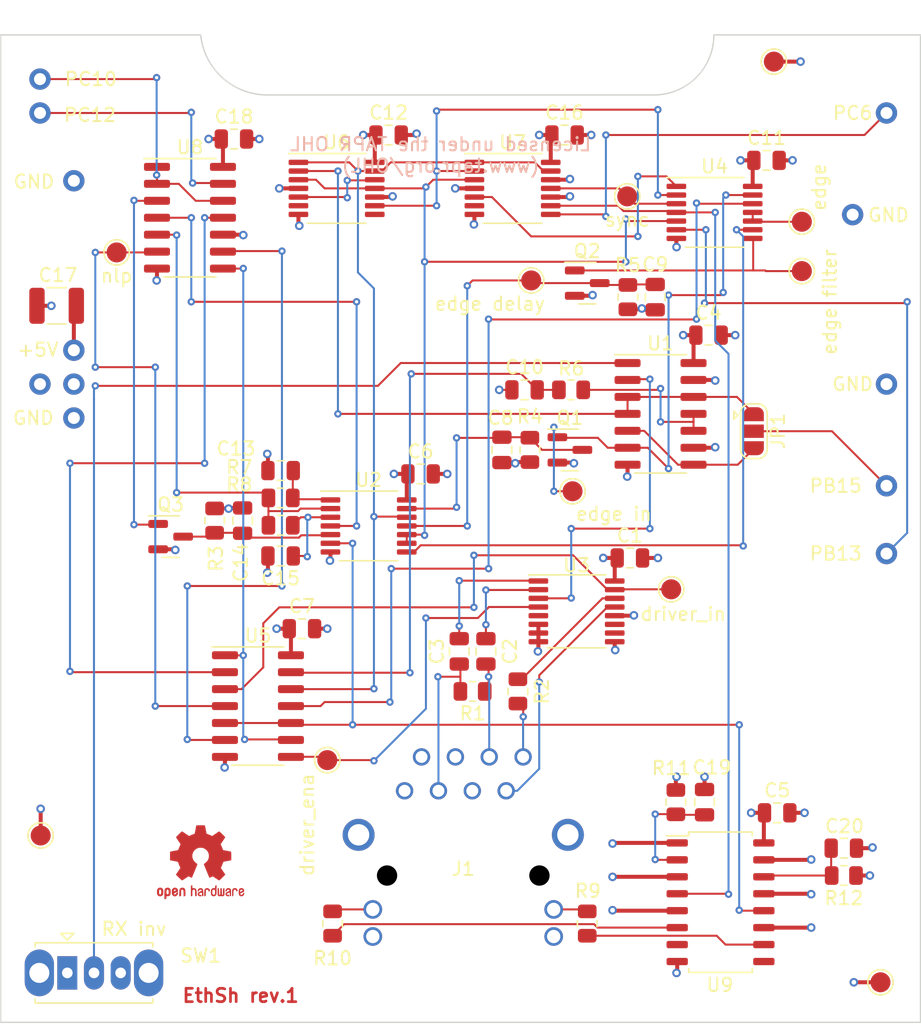
<source format=kicad_pcb>
(kicad_pcb (version 20211014) (generator pcbnew)
  (title_block (title "Ethernet to SPI adapter, Nucleo-64 shield") (date "2022-11-16") (rev "1") (comment 1 "Licensed under the TAPR Open Hardware License (www.tapr.org/OHL)"))
  (layers (0 "F.Cu" signal) (1 "In1.Cu" signal) (2 "In2.Cu" signal) (31 "B.Cu" signal) (34 "B.Paste" user) (35 "F.Paste" user) (36 "B.SilkS" user "B.Silkscreen") (37 "F.SilkS" user "F.Silkscreen") (38 "B.Mask" user) (39 "F.Mask" user) (44 "Edge.Cuts" user))
  (net 0 "")
  (net 1 "VCC")
  (net 2 "GND")
  (net 3 "Net-(C2-Pad1)")
  (net 4 "Net-(C2-Pad2)")
  (net 5 "Net-(C3-Pad1)")
  (net 6 "Net-(C3-Pad2)")
  (net 7 "Net-(C8-Pad2)")
  (net 8 "Net-(C9-Pad2)")
  (net 9 "Net-(C10-Pad1)")
  (net 10 "Net-(C13-Pad1)")
  (net 11 "Net-(C14-Pad2)")
  (net 12 "Net-(C15-Pad1)")
  (net 13 "Net-(C19-Pad2)")
  (net 14 "Net-(C20-Pad2)")
  (net 15 "Net-(J1-Pad1)")
  (net 16 "Net-(J1-Pad2)")
  (net 19 "Net-(J1-Pad10)")
  (net 20 "Net-(J1-Pad12)")
  (net 22 "/sck_rx")
  (net 23 "/mosi_rx")
  (net 24 "/nss_rx")
  (net 25 "/sck_tx")
  (net 26 "/mosi_tx")
  (net 27 "/line")
  (net 28 "/line_delayed")
  (net 29 "/edge_in")
  (net 30 "Net-(Q2-Pad1)")
  (net 31 "Net-(Q3-Pad1)")
  (net 32 "Net-(R2-Pad2)")
  (net 33 "/~{line}")
  (net 34 "Net-(R7-Pad2)")
  (net 35 "/led_tx")
  (net 36 "/led_rx")
  (net 37 "Net-(SW1-Pad2)")
  (net 38 "/edge")
  (net 39 "Net-(TP5-Pad1)")
  (net 40 "/~{nlp}")
  (net 41 "/driver_in")
  (net 42 "/driver_ena")
  (net 43 "Net-(U1-Pad2)")
  (net 44 "Net-(U2-Pad4)")
  (net 45 "/tx_ena")
  (net 46 "Net-(U2-Pad8)")
  (net 47 "/sck")
  (net 48 "/~{idle}")
  (net 52 "Net-(U4-Pad1)")
  (net 53 "Net-(U4-Pad2)")
  (net 54 "/bytesync")
  (net 55 "Net-(U4-Pad12)")
  (net 56 "Net-(U5-Pad1)")
  (net 57 "/xor_tx")
  (net 58 "Net-(U5-Pad6)")
  (net 59 "Net-(U6-Pad12)")
  (footprint "Symbol:OSHW-Logo2_7.3x6mm_Copper" (layer "F.Cu") (at 76 125)
    (fp_text reference "REF**" hide)
    (fp_text value "OSHW-Logo2_7.3x6mm_Copper" hide)
  )
  (footprint "TestPoint:TestPoint_Pad_D1.5mm" (layer "F.Cu") (at 69.7 79.3)
    (fp_text reference "TP6" hide)
    (fp_text value "nlp")
  )
  (footprint "Resistor_SMD:R_0805_2012Metric" (layer "F.Cu") (at 77.05 99.4 90)
    (fp_text reference "R3")
    (fp_text value "560")
  )
  (footprint "schield:partial-nucleo64" (layer "F.Cu") (at 95.7 113.3)
    (fp_text reference "J2")
    (fp_text value "partial-nucleo64")
  )
  (footprint "Package_SO:TSSOP-14_4.4x5mm_P0.65mm" (layer "F.Cu") (at 114.55 76.3)
    (fp_text reference "U4")
    (fp_text value "74HC08")
  )
  (footprint "Resistor_SMD:R_0805_2012Metric" (layer "F.Cu") (at 85.9 129.6 90)
    (fp_text reference "R10")
    (fp_text value "330")
  )
  (footprint "Capacitor_SMD:C_0805_2012Metric" (layer "F.Cu") (at 78.5 70.8)
    (fp_text reference "C18")
    (fp_text value "0.1")
  )
  (footprint "Capacitor_SMD:C_0805_2012Metric" (layer "F.Cu") (at 79.15 99.4 -90)
    (fp_text reference "C14")
    (fp_text value "200")
  )
  (footprint "Package_SO:SOIC-14_3.9x8.7mm_P1.27mm" (layer "F.Cu") (at 75.2 76.7)
    (fp_text reference "U8")
    (fp_text value "74ACT86")
  )
  (footprint "Capacitor_SMD:C_0805_2012Metric" (layer "F.Cu") (at 110.1 82.65 90)
    (fp_text reference "C9")
    (fp_text value "100")
  )
  (footprint "Package_TO_SOT_SMD:SOT-23" (layer "F.Cu") (at 103.7 94.1)
    (fp_text reference "Q1")
    (fp_text value "2N7002")
  )
  (footprint "Capacitor_SMD:C_0805_2012Metric" (layer "F.Cu") (at 114.1 85.5)
    (fp_text reference "C4")
    (fp_text value "0.1")
  )
  (footprint "Package_SO:SOIC-16_4.55x10.3mm_P1.27mm" (layer "F.Cu") (at 115 128)
    (fp_text reference "U9")
    (fp_text value "74HC4538")
  )
  (footprint "Package_SO:TSSOP-14_4.4x5mm_P0.65mm" (layer "F.Cu") (at 88.6 99.8)
    (fp_text reference "U2")
    (fp_text value "74HC14")
  )
  (footprint "Capacitor_SMD:C_0805_2012Metric" (layer "F.Cu") (at 97.4 109.2 90)
    (fp_text reference "C2")
    (fp_text value "0.1")
  )
  (footprint "TestPoint:TestPoint_Pad_D1.5mm" (layer "F.Cu") (at 64 123)
    (fp_text reference "TP9" hide)
    (fp_text value "GND")
  )
  (footprint "Package_SO:SOIC-14_3.9x8.7mm_P1.27mm" (layer "F.Cu") (at 80.3 113.3)
    (fp_text reference "U5")
    (fp_text value "74HC32")
  )
  (footprint "Resistor_SMD:R_0805_2012Metric" (layer "F.Cu") (at 99.8 112.2 90)
    (fp_text reference "R2")
    (fp_text value "470")
  )
  (footprint "Package_TO_SOT_SMD:SOT-23" (layer "F.Cu") (at 105 81.6)
    (fp_text reference "Q2")
    (fp_text value "2N7002")
  )
  (footprint "Capacitor_SMD:C_0805_2012Metric" (layer "F.Cu") (at 83.6 107.5)
    (fp_text reference "C7")
    (fp_text value "0.1")
  )
  (footprint "Button_Switch_THT:SW_Slide_1P2T_CK_OS102011MS2Q" (layer "F.Cu") (at 66 133.2975)
    (fp_text reference "SW1")
    (fp_text value "invert")
  )
  (footprint "Package_SO:SOIC-14_3.9x8.7mm_P1.27mm" (layer "F.Cu") (at 110.5 91.4)
    (fp_text reference "U1")
    (fp_text value "74HC86")
  )
  (footprint "Resistor_SMD:R_0805_2012Metric" (layer "F.Cu") (at 103.7875 89.6 180)
    (fp_text reference "R6")
    (fp_text value "1k")
  )
  (footprint "TestPoint:TestPoint_Pad_D1.5mm" (layer "F.Cu") (at 121.1 80.7)
    (fp_text reference "TP1" hide)
    (fp_text value "edge filter")
  )
  (footprint "TestPoint:TestPoint_Pad_D1.5mm" (layer "F.Cu") (at 111.3 104.55)
    (fp_text reference "TP7" hide)
    (fp_text value "driver_in")
  )
  (footprint "Capacitor_SMD:C_0805_2012Metric" (layer "F.Cu") (at 98.6 94.1 90)
    (fp_text reference "C8")
    (fp_text value "200")
  )
  (footprint "Package_SO:TSSOP-14_4.4x5mm_P0.65mm" (layer "F.Cu") (at 99.4 74.5)
    (fp_text reference "U7")
    (fp_text value "74HC74")
  )
  (footprint "TestPoint:TestPoint_Pad_D1.5mm" (layer "F.Cu") (at 100.8 81.4)
    (fp_text reference "TP3" hide)
    (fp_text value "edge delay")
  )
  (footprint "Jumper:SolderJumper-3_P1.3mm_Open_RoundedPad1.0x1.5mm" (layer "F.Cu") (at 117.5 92.7 -90)
    (fp_text reference "JP1")
    (fp_text value "line")
  )
  (footprint "Resistor_SMD:R_0805_2012Metric" (layer "F.Cu") (at 96.4 112.2 180)
    (fp_text reference "R1")
    (fp_text value "100")
  )
  (footprint "Capacitor_SMD:C_0805_2012Metric" (layer "F.Cu") (at 108.2 102.2)
    (fp_text reference "C1")
    (fp_text value "0.1")
  )
  (footprint "TestPoint:TestPoint_Pad_D1.5mm" (layer "F.Cu") (at 103.9 97.2)
    (fp_text reference "TP2")
    (fp_text value "edge in")
  )
  (footprint "Capacitor_SMD:C_0805_2012Metric" (layer "F.Cu") (at 92.5 95.9)
    (fp_text reference "C6")
    (fp_text value "0.1")
  )
  (footprint "TestPoint:TestPoint_Pad_D1.5mm" (layer "F.Cu") (at 121.1 77)
    (fp_text reference "TP4" hide)
    (fp_text value "edge")
  )
  (footprint "Capacitor_SMD:C_0805_2012Metric" (layer "F.Cu") (at 103.3 70.5)
    (fp_text reference "C16")
    (fp_text value "0.1")
  )
  (footprint "TestPoint:TestPoint_Pad_D1.5mm" (layer "F.Cu") (at 119 65)
    (fp_text reference "TP10" hide)
    (fp_text value "GND")
  )
  (footprint "Capacitor_SMD:C_0805_2012Metric" (layer "F.Cu") (at 82 95.65 180)
    (fp_text reference "C13")
    (fp_text value "0.1")
  )
  (footprint "Resistor_SMD:R_0805_2012Metric" (layer "F.Cu") (at 82 97.7 180)
    (fp_text reference "R7")
    (fp_text value "500k")
  )
  (footprint "Capacitor_SMD:C_0805_2012Metric" (layer "F.Cu") (at 100.3 89.6 180)
    (fp_text reference "C10")
    (fp_text value "10")
  )
  (footprint "Resistor_SMD:R_0805_2012Metric" (layer "F.Cu") (at 124.25 126)
    (fp_text reference "R12")
    (fp_text value "200k")
  )
  (footprint "Resistor_SMD:R_0805_2012Metric" (layer "F.Cu") (at 108.05 82.65 90)
    (fp_text reference "R5")
    (fp_text value "500")
  )
  (footprint "Package_SO:TSSOP-16_4.4x5mm_P0.65mm" (layer "F.Cu") (at 104.2 106.2)
    (fp_text reference "U3")
    (fp_text value "75C1168")
  )
  (footprint "TestPoint:TestPoint_Pad_D1.5mm" (layer "F.Cu") (at 85.5 117.35)
    (fp_text reference "TP8" hide)
    (fp_text value "driver_ena")
  )
  (footprint "schield:ARJM11D7-009" (layer "F.Cu") (at 95.7 126)
    (fp_text reference "J1")
    (fp_text value "ARJM11D7-009-AB-EW2")
  )
  (footprint "TestPoint:TestPoint_Pad_D1.5mm" (layer "F.Cu") (at 127 134)
    (fp_text reference "TP11" hide)
    (fp_text value "GND")
  )
  (footprint "Resistor_SMD:R_0805_2012Metric" (layer "F.Cu") (at 82 99.75)
    (fp_text reference "R8")
    (fp_text value "560")
  )
  (footprint "Capacitor_SMD:C_0805_2012Metric" (layer "F.Cu") (at 95.4 109.2 90)
    (fp_text reference "C3")
    (fp_text value "0.1")
  )
  (footprint "Capacitor_SMD:C_0805_2012Metric" (layer "F.Cu") (at 119.25 121.3)
    (fp_text reference "C5")
    (fp_text value "0.1")
  )
  (footprint "Capacitor_SMD:C_0805_2012Metric" (layer "F.Cu") (at 118.45 72.4)
    (fp_text reference "C11")
    (fp_text value "0.1")
  )
  (footprint "Capacitor_SMD:C_1210_3225Metric" (layer "F.Cu") (at 65.2 83.3 180)
    (fp_text reference "C17")
    (fp_text value "33.0x10V")
  )
  (footprint "Capacitor_SMD:C_0805_2012Metric" (layer "F.Cu") (at 113.8 120.5 -90)
    (fp_text reference "C19")
    (fp_text value "1.0")
  )
  (footprint "Resistor_SMD:R_0805_2012Metric" (layer "F.Cu") (at 111.65 120.5 90)
    (fp_text reference "R11")
    (fp_text value "200k")
  )
  (footprint "Capacitor_SMD:C_0805_2012Metric" (layer "F.Cu") (at 90.1 70.5)
    (fp_text reference "C12")
    (fp_text value "0.1")
  )
  (footprint "Capacitor_SMD:C_0805_2012Metric" (layer "F.Cu") (at 82 102.05 180)
    (fp_text reference "C15")
    (fp_text value "200")
  )
  (footprint "Capacitor_SMD:C_0805_2012Metric" (layer "F.Cu") (at 124.25 123.95 180)
    (fp_text reference "C20")
    (fp_text value "1.0")
  )
  (footprint "Package_TO_SOT_SMD:SOT-23" (layer "F.Cu") (at 73.75 100.6)
    (fp_text reference "Q3")
    (fp_text value "2N7002")
  )
  (footprint "TestPoint:TestPoint_Pad_D1.5mm" (layer "F.Cu") (at 108 75.1)
    (fp_text reference "TP5")
    (fp_text value "sync")
  )
  (footprint "Package_SO:TSSOP-14_4.4x5mm_P0.65mm" (layer "F.Cu") (at 86.2 74.5)
    (fp_text reference "U6")
    (fp_text value "74HC74")
  )
  (footprint "Resistor_SMD:R_0805_2012Metric" (layer "F.Cu") (at 105 129.6 90)
    (fp_text reference "R9")
    (fp_text value "330")
  )
  (footprint "Resistor_SMD:R_0805_2012Metric" (layer "F.Cu") (at 100.7 94.1 90)
    (fp_text reference "R4")
    (fp_text value "2k")
  )
  (gr_line (start 130 63) (end 114.5 63) (layer "Edge.Cuts") (width 0.1))
  (gr_line (start 61 137) (end 130 137) (layer "Edge.Cuts") (width 0.1))
  (gr_arc (start 114.5 63) (mid 113.181981 66.181981) (end 110 67.5) (layer "Edge.Cuts") (width 0.1))
  (gr_line (start 61 63) (end 76 63) (layer "Edge.Cuts") (width 0.1))
  (gr_line (start 81 67.5) (end 110 67.5) (layer "Edge.Cuts") (width 0.1))
  (gr_line (start 130 137) (end 130 63) (layer "Edge.Cuts") (width 0.1))
  (gr_arc (start 81 67.5) (mid 77.636594 66.20934) (end 76 63) (layer "Edge.Cuts") (width 0.1))
  (gr_line (start 61 137) (end 61 63) (layer "Edge.Cuts") (width 0.1))
  (gr_text "EthSh rev.1" (at 79 135) (layer "F.Cu") (effects (font (size 1 1) (thickness 0.2))))
  (gr_text "Licensed under the TAPR OHL\n(www.tapr.org/OHL)" (at 94 72) (layer "B.SilkS") (effects (font (size 1 1)) (justify mirror)))
  (gr_text "RX inv" (at 71 130) (layer "F.SilkS") (effects (font (size 1 1))))
  (segment (start 66.49 83.485) (end 66.49 86.63) (width 0.3) (layer "F.Cu") (net 1))
  (segment (start 89.0625 72.55) (end 89.0625 70.5875) (width 0.3) (layer "F.Cu") (net 1))
  (segment (start 82.775 107.625) (end 82.65 107.5) (width 0.3) (layer "F.Cu") (net 1))
  (segment (start 66.675 83.3) (end 66.49 83.485) (width 0.3) (layer "F.Cu") (net 1))
  (segment (start 89.0625 70.5875) (end 89.15 70.5) (width 0.3) (layer "F.Cu") (net 1))
  (segment (start 117.5 72.4) (end 116.5 72.4) (width 0.3) (layer "F.Cu") (net 1))
  (segment (start 112.975 87.59) (end 112.975 85.675) (width 0.3) (layer "F.Cu") (net 1))
  (segment (start 110.1 83.6) (end 109.2 83.6) (width 0.3) (layer "F.Cu") (net 1))
  (segment (start 79.17 77.97) (end 79.2 78) (width 0.3) (layer "F.Cu") (net 1))
  (segment (start 103.65 73.85) (end 103.7 73.8) (width 0.3) (layer "F.Cu") (net 1))
  (segment (start 106.905 126.095) (end 106.9 126.1) (width 0.3) (layer "F.Cu") (net 1))
  (segment (start 111.65 119.5875) (end 111.65 118.65) (width 0.3) (layer "F.Cu") (net 1))
  (segment (start 118.25 123.555) (end 118.25 121.35) (width 0.3) (layer "F.Cu") (net 1))
  (segment (start 103.65 75.15) (end 103.7 75.1) (width 0.3) (layer "F.Cu") (net 1))
  (segment (start 112.975 85.675) (end 113.15 85.5) (width 0.3) (layer "F.Cu") (net 1))
  (segment (start 112.975 93.94) (end 114.56 93.94) (width 0.3) (layer "F.Cu") (net 1))
  (segment (start 82.775 109.49) (end 82.775 107.625) (width 0.3) (layer "F.Cu") (net 1))
  (segment (start 89.15 70.5) (end 88.2 70.5) (width 0.3) (layer "F.Cu") (net 1))
  (segment (start 102.2625 70.5875) (end 102.35 70.5) (width 0.3) (layer "F.Cu") (net 1))
  (segment (start 111.65 118.65) (end 111.7 118.6) (width 0.3) (layer "F.Cu") (net 1))
  (segment (start 114.56 88.86) (end 114.6 88.9) (width 0.3) (layer "F.Cu") (net 1))
  (segment (start 77.55 70.8) (end 76.6 70.8) (width 0.3) (layer "F.Cu") (net 1))
  (segment (start 102.2625 75.15) (end 103.65 75.15) (width 0.3) (layer "F.Cu") (net 1))
  (segment (start 77.675 77.97) (end 79.17 77.97) (width 0.3) (layer "F.Cu") (net 1))
  (segment (start 118.25 127.365) (end 121.765 127.365) (width 0.3) (layer "F.Cu") (net 1))
  (segment (start 83.3375 74.5) (end 81.9 74.5) (width 0.3) (layer "F.Cu") (net 1))
  (segment (start 79.15 98.45) (end 78.15 98.45) (width 0.3) (layer "F.Cu") (net 1))
  (segment (start 118.3 121.3) (end 117.3 121.3) (width 0.3) (layer "F.Cu") (net 1))
  (segment (start 78.0875 98.4875) (end 78.1 98.5) (width 0.3) (layer "F.Cu") (net 1))
  (segment (start 117.4125 72.4875) (end 117.5 72.4) (width 0.3) (layer "F.Cu") (net 1))
  (segment (start 102.2625 72.55) (end 102.2625 70.5875) (width 0.3) (layer "F.Cu") (net 1))
  (segment (start 111.75 128.635) (end 106.935 128.635) (width 0.3) (layer "F.Cu") (net 1))
  (segment (start 114.56 93.94) (end 114.6 93.9) (width 0.3) (layer "F.Cu") (net 1))
  (segment (start 117.4125 74.35) (end 117.4125 72.4875) (width 0.3) (layer "F.Cu") (net 1))
  (segment (start 113.15 85.5) (end 112.2 85.5) (width 0.3) (layer "F.Cu") (net 1))
  (segment (start 118.25 129.905) (end 121.795 129.905) (width 0.3) (layer "F.Cu") (net 1))
  (segment (start 100.7 95.0125) (end 99.6875 95.0125) (width 0.3) (layer "F.Cu") (net 1))
  (segment (start 99.55 95.05) (end 99.6 95.1) (width 0.3) (layer "F.Cu") (net 1))
  (segment (start 91.55 95.9) (end 90.5 95.9) (width 0.3) (layer "F.Cu") (net 1))
  (segment (start 89.0625 75.15) (end 90.35 75.15) (width 0.3) (layer "F.Cu") (net 1))
  (segment (start 109.2 83.6) (end 109.1 83.5) (width 0.3) (layer "F.Cu") (net 1))
  (segment (start 107.0625 103.925) (end 107.0625 102.3875) (width 0.3) (layer "F.Cu") (net 1))
  (segment (start 111.75 126.095) (end 106.905 126.095) (width 0.3) (layer "F.Cu") (net 1))
  (segment (start 91.4625 97.85) (end 91.4625 95.9875) (width 0.3) (layer "F.Cu") (net 1))
  (segment (start 107.25 102.2) (end 106.2 102.2) (width 0.3) (layer "F.Cu") (net 1))
  (segment (start 102.35 70.5) (end 101.4 70.5) (width 0.3) (layer "F.Cu") (net 1))
  (segment (start 77.675 72.89) (end 77.675 70.925) (width 0.3) (layer "F.Cu") (net 1))
  (segment (start 91.4625 95.9875) (end 91.55 95.9) (width 0.3) (layer "F.Cu") (net 1))
  (segment (start 82.65 107.5) (end 81.7 107.5) (width 0.3) (layer "F.Cu") (net 1))
  (segment (start 112.975 88.86) (end 114.56 88.86) (width 0.3) (layer "F.Cu") (net 1))
  (segment (start 109.0375 83.5625) (end 109.1 83.5) (width 0.3) (layer "F.Cu") (net 1))
  (segment (start 108.05 83.5625) (end 109.0375 83.5625) (width 0.3) (layer "F.Cu") (net 1))
  (segment (start 102.2625 73.85) (end 103.65 73.85) (width 0.3) (layer "F.Cu") (net 1))
  (segment (start 78.15 98.45) (end 78.1 98.5) (width 0.3) (layer "F.Cu") (net 1))
  (segment (start 121.765 127.365) (end 121.8 127.4) (width 0.3) (layer "F.Cu") (net 1))
  (segment (start 125.1625 126) (end 126.2 126) (width 0.3) (layer "F.Cu") (net 1))
  (segment (start 77.05 98.4875) (end 78.0875 98.4875) (width 0.3) (layer "F.Cu") (net 1))
  (segment (start 99.6875 95.0125) (end 99.6 95.1) (width 0.3) (layer "F.Cu") (net 1))
  (segment (start 106.935 128.635) (end 106.9 128.6) (width 0.3) (layer "F.Cu") (net 1))
  (segment (start 90.35 75.15) (end 90.4 75.1) (width 0.3) (layer "F.Cu") (net 1))
  (segment (start 77.675 70.925) (end 77.55 70.8) (width 0.3) (layer "F.Cu") (net 1))
  (segment (start 98.6 95.05) (end 99.55 95.05) (width 0.3) (layer "F.Cu") (net 1))
  (segment (start 96.5375 74.5) (end 95.1 74.5) (width 0.3) (layer "F.Cu") (net 1))
  (segment (start 118.25 121.35) (end 118.3 121.3) (width 0.3) (layer "F.Cu") (net 1))
  (segment (start 107.0625 102.3875) (end 107.25 102.2) (width 0.3) (layer "F.Cu") (net 1))
  (segment (start 121.795 129.905) (end 121.8 129.9) (width 0.3) (layer "F.Cu") (net 1))
  (via (at 95.1 74.5) (size 0.64) (drill 0.35) (layers "F.Cu" "B.Cu") (net 1))
  (via (at 106.9 126.1) (size 0.64) (drill 0.35) (layers "F.Cu" "B.Cu") (net 1))
  (via (at 111.7 118.6) (size 0.64) (drill 0.35) (layers "F.Cu" "B.Cu") (net 1))
  (via (at 103.7 75.1) (size 0.64) (drill 0.35) (layers "F.Cu" "B.Cu") (net 1))
  (via (at 81.9 74.5) (size 0.64) (drill 0.35) (layers "F.Cu" "B.Cu") (net 1))
  (via (at 112.2 85.5) (size 0.64) (drill 0.35) (layers "F.Cu" "B.Cu") (net 1))
  (via (at 88.2 70.5) (size 0.64) (drill 0.35) (layers "F.Cu" "B.Cu") (net 1))
  (via (at 109.1 83.5) (size 0.64) (drill 0.35) (layers "F.Cu" "B.Cu") (net 1))
  (via (at 117.3 121.3) (size 0.64) (drill 0.35) (layers "F.Cu" "B.Cu") (net 1))
  (via (at 103.7 73.8) (size 0.64) (drill 0.35) (layers "F.Cu" "B.Cu") (net 1))
  (via (at 101.4 70.5) (size 0.64) (drill 0.35) (layers "F.Cu" "B.Cu") (net 1))
  (via (at 114.6 88.9) (size 0.64) (drill 0.35) (layers "F.Cu" "B.Cu") (net 1))
  (via (at 78.1 98.5) (size 0.64) (drill 0.35) (layers "F.Cu" "B.Cu") (net 1))
  (via (at 106.2 102.2) (size 0.64) (drill 0.35) (layers "F.Cu" "B.Cu") (net 1))
  (via (at 90.4 75.1) (size 0.64) (drill 0.35) (layers "F.Cu" "B.Cu") (net 1))
  (via (at 121.8 127.4) (size 0.64) (drill 0.35) (layers "F.Cu" "B.Cu") (net 1))
  (via (at 121.8 129.9) (size 0.64) (drill 0.35) (layers "F.Cu" "B.Cu") (net 1))
  (via (at 126.2 126) (size 0.64) (drill 0.35) (layers "F.Cu" "B.Cu") (net 1))
  (via (at 114.6 93.9) (size 0.64) (drill 0.35) (layers "F.Cu" "B.Cu") (net 1))
  (via (at 79.2 78) (size 0.64) (drill 0.35) (layers "F.Cu" "B.Cu") (net 1))
  (via (at 106.9 128.6) (size 0.64) (drill 0.35) (layers "F.Cu" "B.Cu") (net 1))
  (via (at 116.5 72.4) (size 0.64) (drill 0.35) (layers "F.Cu" "B.Cu") (net 1))
  (via (at 99.6 95.1) (size 0.64) (drill 0.35) (layers "F.Cu" "B.Cu") (net 1))
  (via (at 90.5 95.9) (size 0.64) (drill 0.35) (layers "F.Cu" "B.Cu") (net 1))
  (via (at 81.7 107.5) (size 0.64) (drill 0.35) (layers "F.Cu" "B.Cu") (net 1))
  (via (at 76.6 70.8) (size 0.64) (drill 0.35) (layers "F.Cu" "B.Cu") (net 1))
  (segment (start 108.025 95.21) (end 108.025 96.075) (width 0.3) (layer "F.Cu") (net 2))
  (segment (start 121.775 124.825) (end 121.8 124.8) (width 0.3) (layer "F.Cu") (net 2))
  (segment (start 81.05 95.65) (end 81.05 94.45) (width 0.3) (layer "F.Cu") (net 2))
  (segment (start 119 65) (end 121 65) (width 0.3) (layer "F.Cu") (net 2))
  (segment (start 92.1 70.5) (end 92.2 70.4) (width 0.3) (layer "F.Cu") (net 2))
  (segment (start 103.95 95.05) (end 104 95.1) (width 0.3) (layer "F.Cu") (net 2))
  (segment (start 113.8 119.55) (end 113.8 118.6) (width 0.3) (layer "F.Cu") (net 2))
  (segment (start 74.05 101.55) (end 74.1 101.6) (width 0.3) (layer "F.Cu") (net 2))
  (segment (start 106.945 123.555) (end 106.9 123.6) (width 0.3) (layer "F.Cu") (net 2))
  (segment (start 72.8125 101.55) (end 74.05 101.55) (width 0.3) (layer "F.Cu") (net 2))
  (segment (start 111.75 133.25) (end 111.7 133.3) (width 0.3) (layer "F.Cu") (net 2))
  (segment (start 72.725 80.51) (end 72.725 81.375) (width 0.3) (layer "F.Cu") (net 2))
  (segment (start 111.6875 78.25) (end 111.6875 78.8875) (width 0.3) (layer "F.Cu") (net 2))
  (segment (start 96.5375 77.1625) (end 96.5 77.2) (width 0.3) (layer "F.Cu") (net 2))
  (segment (start 77.825 117.11) (end 77.825 117.875) (width 0.3) (layer "F.Cu") (net 2))
  (segment (start 84.55 107.5) (end 85.5 107.5) (width 0.3) (layer "F.Cu") (net 2))
  (segment (start 107.0625 106.525) (end 108.475 106.525) (width 0.3) (layer "F.Cu") (net 2))
  (segment (start 101.3375 108.475) (end 101.3375 109.1625) (width 0.3) (layer "F.Cu") (net 2))
  (segment (start 93.45 95.9) (end 94.5 95.9) (width 0.3) (layer "F.Cu") (net 2))
  (segment (start 105.35 82.55) (end 105.4 82.5) (width 0.3) (layer "F.Cu") (net 2))
  (segment (start 83.3375 76.45) (end 83.3375 77.2375) (width 0.3) (layer "F.Cu") (net 2))
  (segment (start 101.3375 108.475) (end 101.3375 107.825) (width 0.3) (layer "F.Cu") (net 2))
  (segment (start 108.025 96.075) (end 108 96.1) (width 0.3) (layer "F.Cu") (net 2))
  (segment (start 85.7375 101.75) (end 85.7375 102.3625) (width 0.3) (layer "F.Cu") (net 2))
  (segment (start 101.3375 109.1625) (end 101.3 109.2) (width 0.3) (layer "F.Cu") (net 2))
  (segment (start 81.05 103.25) (end 81 103.3) (width 0.3) (layer "F.Cu") (net 2))
  (segment (start 64 123) (end 64 121) (width 0.3) (layer "F.Cu") (net 2))
  (segment (start 99.35 89.6) (end 98.4 89.6) (width 0.15) (layer "F.Cu") (net 2))
  (segment (start 111.75 132.445) (end 111.75 133.25) (width 0.3) (layer "F.Cu") (net 2))
  (segment (start 63.725 83.3) (end 64.8 83.3) (width 0.3) (layer "F.Cu") (net 2))
  (segment (start 111.6875 78.8875) (end 111.7 78.9) (width 0.3) (layer "F.Cu") (net 2))
  (segment (start 111.75 123.555) (end 106.945 123.555) (width 0.3) (layer "F.Cu") (net 2))
  (segment (start 72.725 81.375) (end 72.7 81.4) (width 0.3) (layer "F.Cu") (net 2))
  (segment (start 109.15 102.2) (end 110.3 102.2) (width 0.3) (layer "F.Cu") (net 2))
  (segment (start 125.2 123.95) (end 126.35 123.95) (width 0.3) (layer "F.Cu") (net 2))
  (segment (start 101.3375 107.175) (end 101.3375 107.825) (width 0.3) (layer "F.Cu") (net 2))
  (segment (start 107.0625 109.0625) (end 107.1 109.1) (width 0.3) (layer "F.Cu") (net 2))
  (segment (start 85.7375 102.3625) (end 85.7 102.4) (width 0.3) (layer "F.Cu") (net 2))
  (segment (start 102.7625 95.05) (end 103.95 95.05) (width 0.3) (layer "F.Cu") (net 2))
  (segment (start 119.4 72.4) (end 120.4 72.4) (width 0.3) (layer "F.Cu") (net 2))
  (segment (start 91.05 70.5) (end 92.1 70.5) (width 0.3) (layer "F.Cu") (net 2))
  (segment (start 77.825 117.875) (end 77.8 117.9) (width 0.3) (layer "F.Cu") (net 2))
  (segment (start 81.05 102.05) (end 81.05 103.25) (width 0.3) (layer "F.Cu") (net 2))
  (segment (start 118.25 124.825) (end 121.775 124.825) (width 0.3) (layer "F.Cu") (net 2))
  (segment (start 104.0625 82.55) (end 105.35 82.55) (width 0.3) (layer "F.Cu") (net 2))
  (segment (start 96.5375 76.45) (end 96.5375 77.1625) (width 0.3) (layer "F.Cu") (net 2))
  (segment (start 104.25 70.5) (end 105.3 70.5) (width 0.3) (layer "F.Cu") (net 2))
  (segment (start 83.3375 77.2375) (end 83.4 77.3) (width 0.3) (layer "F.Cu") (net 2))
  (segment (start 127 134) (end 125 134) (width 0.3) (layer "F.Cu") (net 2))
  (segment (start 81.05 94.45) (end 81 94.4) (width 0.3) (layer "F.Cu") (net 2))
  (segment (start 79.45 70.8) (end 80.4 70.8) (width 0.3) (layer "F.Cu") (net 2))
  (segment (start 108.475 106.525) (end 108.5 106.5) (width 0.3) (layer "F.Cu") (net 2))
  (segment (start 126.35 123.95) (end 126.4 123.9) (width 0.3) (layer "F.Cu") (net 2))
  (segment (start 107.0625 108.475) (end 107.0625 109.0625) (width 0.3) (layer "F.Cu") (net 2))
  (segment (start 115.05 85.5) (end 116.1 85.5) (width 0.3) (layer "F.Cu") (net 2))
  (segment (start 120.2 121.3) (end 121.3 121.3) (width 0.3) (layer "F.Cu") (net 2))
  (via (at 110.3 102.2) (size 0.64) (drill 0.35) (layers "F.Cu" "B.Cu") (net 2))
  (via (at 72.7 81.4) (size 0.64) (drill 0.35) (layers "F.Cu" "B.Cu") (net 2))
  (via (at 108.5 106.5) (size 0.64) (drill 0.35) (layers "F.Cu" "B.Cu") (net 2))
  (via (at 104 95.1) (size 0.64) (drill 0.35) (layers "F.Cu" "B.Cu") (net 2))
  (via (at 77.8 117.9) (size 0.64) (drill 0.35) (layers "F.Cu" "B.Cu") (net 2))
  (via (at 121.8 124.8) (size 0.64) (drill 0.35) (layers "F.Cu" "B.Cu") (net 2))
  (via (at 98.4 89.6) (size 0.64) (drill 0.35) (layers "F.Cu" "B.Cu") (net 2))
  (via (at 105.4 82.5) (size 0.64) (drill 0.35) (layers "F.Cu" "B.Cu") (net 2))
  (via (at 125 134) (size 0.64) (drill 0.35) (layers "F.Cu" "B.Cu") (net 2))
  (via (at 85.7 102.4) (size 0.64) (drill 0.35) (layers "F.Cu" "B.Cu") (net 2))
  (via (at 126.4 123.9) (size 0.64) (drill 0.35) (layers "F.Cu" "B.Cu") (net 2))
  (via (at 80.4 70.8) (size 0.64) (drill 0.35) (layers "F.Cu" "B.Cu") (net 2))
  (via (at 83.4 77.3) (size 0.64) (drill 0.35) (layers "F.Cu" "B.Cu") (net 2))
  (via (at 105.3 70.5) (size 0.64) (drill 0.35) (layers "F.Cu" "B.Cu") (net 2))
  (via (at 111.7 133.3) (size 0.64) (drill 0.35) (layers "F.Cu" "B.Cu") (net 2))
  (via (at 64.8 83.3) (size 0.64) (drill 0.35) (layers "F.Cu" "B.Cu") (net 2))
  (via (at 113.8 118.6) (size 0.64) (drill 0.35) (layers "F.Cu" "B.Cu") (net 2))
  (via (at 111.7 78.9) (size 0.64) (drill 0.35) (layers "F.Cu" "B.Cu") (net 2))
  (via (at 96.5 77.2) (size 0.64) (drill 0.35) (layers "F.Cu" "B.Cu") (net 2))
  (via (at 81 103.3) (size 0.64) (drill 0.35) (layers "F.Cu" "B.Cu") (net 2))
  (via (at 121 65) (size 0.64) (drill 0.35) (layers "F.Cu" "B.Cu") (net 2))
  (via (at 121.3 121.3) (size 0.64) (drill 0.35) (layers "F.Cu" "B.Cu") (net 2))
  (via (at 116.1 85.5) (size 0.64) (drill 0.35) (layers "F.Cu" "B.Cu") (net 2))
  (via (at 85.5 107.5) (size 0.64) (drill 0.35) (layers "F.Cu" "B.Cu") (net 2))
  (via (at 81 94.4) (size 0.64) (drill 0.35) (layers "F.Cu" "B.Cu") (net 2))
  (via (at 101.3 109.2) (size 0.64) (drill 0.35) (layers "F.Cu" "B.Cu") (net 2))
  (via (at 64 121) (size 0.64) (drill 0.35) (layers "F.Cu" "B.Cu") (net 2))
  (via (at 94.5 95.9) (size 0.64) (drill 0.35) (layers "F.Cu" "B.Cu") (net 2))
  (via (at 108 96.1) (size 0.64) (drill 0.35) (layers "F.Cu" "B.Cu") (net 2))
  (via (at 120.4 72.4) (size 0.64) (drill 0.35) (layers "F.Cu" "B.Cu") (net 2))
  (via (at 92.2 70.4) (size 0.64) (drill 0.35) (layers "F.Cu" "B.Cu") (net 2))
  (via (at 74.1 101.6) (size 0.64) (drill 0.35) (layers "F.Cu" "B.Cu") (net 2))
  (via (at 106.9 123.6) (size 0.64) (drill 0.35) (layers "F.Cu" "B.Cu") (net 2))
  (via (at 107.1 109.1) (size 0.64) (drill 0.35) (layers "F.Cu" "B.Cu") (net 2))
  (segment (start 97.6 111.1) (end 97.6 111.9125) (width 0.15) (layer "F.Cu") (net 3))
  (segment (start 97.6 110.35) (end 97.4 110.15) (width 0.15) (layer "F.Cu") (net 3))
  (segment (start 97.6 111.9125) (end 97.3125 112.2) (width 0.15) (layer "F.Cu") (net 3))
  (segment (start 97.6 111.1) (end 97.6 110.35) (width 0.15) (layer "F.Cu") (net 3))
  (via (at 97.6 111.1) (size 0.55) (drill 0.25) (layers "F.Cu" "B.Cu") (net 3))
  (segment (start 97.65 117.11) (end 97.65 111.15) (width 0.15) (layer "B.Cu") (net 3))
  (segment (start 97.65 111.15) (end 97.6 111.1) (width 0.15) (layer "B.Cu") (net 3))
  (segment (start 97.4 104.6) (end 101.3125 104.6) (width 0.15) (layer "F.Cu") (net 4))
  (segment (start 97.4 108.25) (end 97.4 107.2) (width 0.15) (layer "F.Cu") (net 4))
  (segment (start 101.3125 104.6) (end 101.3375 104.575) (width 0.15) (layer "F.Cu") (net 4))
  (via (at 97.4 104.6) (size 0.55) (drill 0.25) (layers "F.Cu" "B.Cu") (net 4))
  (via (at 97.4 107.2) (size 0.55) (drill 0.25) (layers "F.Cu" "B.Cu") (net 4))
  (segment (start 97.4 107.2) (end 97.4 104.6) (width 0.15) (layer "B.Cu") (net 4))
  (segment (start 93.8 111.1) (end 95.475 111.1) (width 0.15) (layer "F.Cu") (net 5))
  (segment (start 95.4875 110.2375) (end 95.4 110.15) (width 0.15) (layer "F.Cu") (net 5))
  (segment (start 95.475 111.1) (end 95.4875 111.0875) (width 0.15) (layer "F.Cu") (net 5))
  (segment (start 95.4875 112.2) (end 95.4875 111.0875) (width 0.15) (layer "F.Cu") (net 5))
  (segment (start 95.4875 111.0875) (end 95.4875 110.2375) (width 0.15) (layer "F.Cu") (net 5))
  (via (at 93.8 111.1) (size 0.55) (drill 0.25) (layers "F.Cu" "B.Cu") (net 5))
  (segment (start 93.84 111.14) (end 93.8 111.1) (width 0.15) (layer "B.Cu") (net 5))
  (segment (start 93.84 119.65) (end 93.84 111.14) (width 0.15) (layer "B.Cu") (net 5))
  (segment (start 95.4 103.9) (end 101.3125 103.9) (width 0.15) (layer "F.Cu") (net 6))
  (segment (start 101.3125 103.9) (end 101.3375 103.925) (width 0.15) (layer "F.Cu") (net 6))
  (segment (start 95.4 108.25) (end 95.4 107.3) (width 0.15) (layer "F.Cu") (net 6))
  (via (at 95.4 103.9) (size 0.55) (drill 0.25) (layers "F.Cu" "B.Cu") (net 6))
  (via (at 95.4 107.3) (size 0.55) (drill 0.25) (layers "F.Cu" "B.Cu") (net 6))
  (segment (start 95.4 107.3) (end 95.4 103.9) (width 0.15) (layer "B.Cu") (net 6))
  (segment (start 101.6125 94.1) (end 104.6375 94.1) (width 0.15) (layer "F.Cu") (net 7))
  (segment (start 95.2 93.2) (end 98.55 93.2) (width 0.15) (layer "F.Cu") (net 7))
  (segment (start 98.55 93.2) (end 98.6 93.15) (width 0.15) (layer "F.Cu") (net 7))
  (segment (start 100.7 93.1875) (end 101.6125 94.1) (width 0.15) (layer "F.Cu") (net 7))
  (segment (start 98.6 93.15) (end 100.6625 93.15) (width 0.15) (layer "F.Cu") (net 7))
  (segment (start 95.1 98.5) (end 95.2 98.4) (width 0.15) (layer "F.Cu") (net 7))
  (segment (start 100.6625 93.15) (end 100.7 93.1875) (width 0.15) (layer "F.Cu") (net 7))
  (segment (start 91.4625 98.5) (end 95.1 98.5) (width 0.15) (layer "F.Cu") (net 7))
  (via (at 95.2 98.4) (size 0.55) (drill 0.25) (layers "F.Cu" "B.Cu") (net 7))
  (via (at 95.2 93.2) (size 0.55) (drill 0.25) (layers "F.Cu" "B.Cu") (net 7))
  (segment (start 95.2 98.4) (end 95.2 93.2) (width 0.15) (layer "B.Cu") (net 7))
  (segment (start 108.05 81.7375) (end 106.075 81.7375) (width 0.15) (layer "F.Cu") (net 8))
  (segment (start 100.8 81.4) (end 101 81.6) (width 0.15) (layer "F.Cu") (net 8))
  (segment (start 96 81.8) (end 96.4 81.4) (width 0.15) (layer "F.Cu") (net 8))
  (segment (start 101 81.6) (end 105.9375 81.6) (width 0.15) (layer "F.Cu") (net 8))
  (segment (start 110.1 81.7) (end 108.0875 81.7) (width 0.15) (layer "F.Cu") (net 8))
  (segment (start 96.4 81.4) (end 100.8 81.4) (width 0.15) (layer "F.Cu") (net 8))
  (segment (start 91.4625 99.8) (end 96 99.8) (width 0.15) (layer "F.Cu") (net 8))
  (segment (start 106.075 81.7375) (end 105.9375 81.6) (width 0.15) (layer "F.Cu") (net 8))
  (segment (start 108.0875 81.7) (end 108.05 81.7375) (width 0.15) (layer "F.Cu") (net 8))
  (via (at 96 81.8) (size 0.55) (drill 0.25) (layers "F.Cu" "B.Cu") (net 8))
  (via (at 96 99.8) (size 0.55) (drill 0.25) (layers "F.Cu" "B.Cu") (net 8))
  (segment (start 96 99.8) (end 96 81.8) (width 0.15) (layer "B.Cu") (net 8))
  (segment (start 101.25 89.6) (end 102.875 89.6) (width 0.15) (layer "F.Cu") (net 9))
  (segment (start 91.8 88.4) (end 100.05 88.4) (width 0.15) (layer "F.Cu") (net 9))
  (segment (start 100.05 88.4) (end 101.25 89.6) (width 0.15) (layer "F.Cu") (net 9))
  (segment (start 82.815 110.8) (end 91.7 110.8) (width 0.15) (layer "F.Cu") (net 9))
  (segment (start 82.775 110.76) (end 82.815 110.8) (width 0.15) (layer "F.Cu") (net 9))
  (via (at 91.8 88.4) (size 0.55) (drill 0.25) (layers "F.Cu" "B.Cu") (net 9))
  (via (at 91.7 110.8) (size 0.55) (drill 0.25) (layers "F.Cu" "B.Cu") (net 9))
  (segment (start 91.7 110.8) (end 91.7 88.5) (width 0.15) (layer "B.Cu") (net 9))
  (segment (start 91.7 88.5) (end 91.8 88.4) (width 0.15) (layer "B.Cu") (net 9))
  (segment (start 82.9125 95.6875) (end 82.9125 97.7) (width 0.15) (layer "F.Cu") (net 10))
  (segment (start 82.95 95.65) (end 82.9125 95.6875) (width 0.15) (layer "F.Cu") (net 10))
  (segment (start 83.0125 97.8) (end 85.6875 97.8) (width 0.15) (layer "F.Cu") (net 10))
  (segment (start 82.9125 97.7) (end 83.0125 97.8) (width 0.15) (layer "F.Cu") (net 10))
  (segment (start 85.6875 97.8) (end 85.7375 97.85) (width 0.15) (layer "F.Cu") (net 10))
  (segment (start 74.6875 100.6) (end 76.7625 100.6) (width 0.15) (layer "F.Cu") (net 11))
  (segment (start 79.15 100.35) (end 79.475 100.675) (width 0.15) (layer "F.Cu") (net 11))
  (segment (start 83.371751 100.675) (end 83.546751 100.5) (width 0.15) (layer "F.Cu") (net 11))
  (segment (start 79.475 100.675) (end 83.371751 100.675) (width 0.15) (layer "F.Cu") (net 11))
  (segment (start 83.546751 100.5) (end 85.6875 100.5) (width 0.15) (layer "F.Cu") (net 11))
  (segment (start 76.7625 100.6) (end 77.05 100.3125) (width 0.15) (layer "F.Cu") (net 11))
  (segment (start 85.6875 100.5) (end 85.7375 100.45) (width 0.15) (layer "F.Cu") (net 11))
  (segment (start 79.1125 100.3125) (end 79.15 100.35) (width 0.15) (layer "F.Cu") (net 11))
  (segment (start 77.05 100.3125) (end 79.1125 100.3125) (width 0.15) (layer "F.Cu") (net 11))
  (segment (start 82.9125 99.75) (end 83.5125 99.15) (width 0.15) (layer "F.Cu") (net 12))
  (segment (start 83.5125 99.15) (end 84.05 99.15) (width 0.15) (layer "F.Cu") (net 12))
  (segment (start 82.95 102.05) (end 83.95 102.05) (width 0.15) (layer "F.Cu") (net 12))
  (segment (start 84.05 99.15) (end 85.7375 99.15) (width 0.15) (layer "F.Cu") (net 12))
  (segment (start 83.95 102.05) (end 84 102.1) (width 0.15) (layer "F.Cu") (net 12))
  (via (at 84.05 99.15) (size 0.55) (drill 0.25) (layers "F.Cu" "B.Cu") (net 12))
  (via (at 84 102.1) (size 0.55) (drill 0.25) (layers "F.Cu" "B.Cu") (net 12))
  (segment (start 84 99.2) (end 84.05 99.15) (width 0.15) (layer "B.Cu") (net 12))
  (segment (start 84 102.1) (end 84 99.2) (width 0.15) (layer "B.Cu") (net 12))
  (segment (start 113.8 121.45) (end 111.6875 121.45) (width 0.15) (layer "F.Cu") (net 13))
  (segment (start 111.6875 121.45) (end 111.65 121.4125) (width 0.15) (layer "F.Cu") (net 13))
  (segment (start 110.1 121.4) (end 111.6375 121.4) (width 0.15) (layer "F.Cu") (net 13))
  (segment (start 110.125 124.825) (end 110.1 124.8) (width 0.15) (layer "F.Cu") (net 13))
  (segment (start 111.6375 121.4) (end 111.65 121.4125) (width 0.15) (layer "F.Cu") (net 13))
  (segment (start 111.75 124.825) (end 110.125 124.825) (width 0.15) (layer "F.Cu") (net 13))
  (via (at 110.1 124.8) (size 0.55) (drill 0.25) (layers "F.Cu" "B.Cu") (net 13))
  (via (at 110.1 121.4) (size 0.55) (drill 0.25) (layers "F.Cu" "B.Cu") (net 13))
  (segment (start 110.1 124.8) (end 110.1 121.4) (width 0.15) (layer "B.Cu") (net 13))
  (segment (start 123.3 123.95) (end 123.3 125.9625) (width 0.15) (layer "F.Cu") (net 14))
  (segment (start 118.345 126) (end 118.25 126.095) (width 0.15) (layer "F.Cu") (net 14))
  (segment (start 123.3375 126) (end 118.345 126) (width 0.15) (layer "F.Cu") (net 14))
  (segment (start 123.3 125.9625) (end 123.3375 126) (width 0.15) (layer "F.Cu") (net 14))
  (segment (start 100.2 114.1) (end 100.2 113.5125) (width 0.15) (layer "F.Cu") (net 15))
  (segment (start 100.2 113.5125) (end 99.8 113.1125) (width 0.15) (layer "F.Cu") (net 15))
  (via (at 100.2 114.1) (size 0.55) (drill 0.25) (layers "F.Cu" "B.Cu") (net 15))
  (segment (start 100.19 114.11) (end 100.2 114.1) (width 0.15) (layer "B.Cu") (net 15))
  (segment (start 100.19 117.11) (end 100.19 114.11) (width 0.15) (layer "B.Cu") (net 15))
  (segment (start 101.4 110.990381) (end 101.4 111.5) (width 0.15) (layer "F.Cu") (net 16))
  (segment (start 106.515381 105.875) (end 101.4 110.990381) (width 0.15) (layer "F.Cu") (net 16))
  (segment (start 107.0625 105.875) (end 106.515381 105.875) (width 0.15) (layer "F.Cu") (net 16))
  (via (at 101.4 111.5) (size 0.55) (drill 0.25) (layers "F.Cu" "B.Cu") (net 16))
  (segment (start 101.4 118) (end 99.75 119.65) (width 0.15) (layer "B.Cu") (net 16))
  (segment (start 99.75 119.65) (end 98.92 119.65) (width 0.15) (layer "B.Cu") (net 16))
  (segment (start 101.4 111.5) (end 101.4 118) (width 0.15) (layer "B.Cu") (net 16))
  (segment (start 85.9 128.6875) (end 86.0475 128.54) (width 0.15) (layer "F.Cu") (net 19))
  (segment (start 86.0475 128.54) (end 88.915 128.54) (width 0.15) (layer "F.Cu") (net 19))
  (segment (start 104.8525 128.54) (end 102.485 128.54) (width 0.15) (layer "F.Cu") (net 20))
  (segment (start 105 128.6875) (end 104.8525 128.54) (width 0.15) (layer "F.Cu") (net 20))
  (segment (start 111.6875 77.6) (end 113.9 77.6) (width 0.15) (layer "F.Cu") (net 22))
  (segment (start 113.8 83.1) (end 128.9 83.1) (width 0.15) (layer "F.Cu") (net 22))
  (segment (start 128.9 83.1) (end 129 83) (width 0.15) (layer "F.Cu") (net 22))
  (via (at 113.9 77.6) (size 0.55) (drill 0.25) (layers "F.Cu" "B.Cu") (net 22))
  (via (at 129 83) (size 0.55) (drill 0.25) (layers "F.Cu" "B.Cu") (net 22))
  (via (at 113.8 83.1) (size 0.55) (drill 0.25) (layers "F.Cu" "B.Cu") (net 22))
  (segment (start 113.9 77.6) (end 113.9 83) (width 0.15) (layer "B.Cu") (net 22))
  (segment (start 113.9 83) (end 113.8 83.1) (width 0.15) (layer "B.Cu") (net 22))
  (segment (start 129 83) (end 129 100.32) (width 0.15) (layer "B.Cu") (net 22))
  (segment (start 129 100.32) (end 127.45 101.87) (width 0.15) (layer "B.Cu") (net 22))
  (segment (start 117.5 92.7) (end 123.36 92.7) (width 0.15) (layer "F.Cu") (net 23))
  (segment (start 123.36 92.7) (end 127.45 96.79) (width 0.15) (layer "F.Cu") (net 23))
  (segment (start 106.4 70.5) (end 125.8 70.5) (width 0.15) (layer "F.Cu") (net 24))
  (segment (start 125.8 70.5) (end 127.45 68.85) (width 0.15) (layer "F.Cu") (net 24))
  (segment (start 106.25 76.45) (end 106.4 76.6) (width 0.15) (layer "F.Cu") (net 24))
  (segment (start 102.2625 76.45) (end 106.25 76.45) (width 0.15) (layer "F.Cu") (net 24))
  (via (at 106.4 70.5) (size 0.55) (drill 0.25) (layers "F.Cu" "B.Cu") (net 24))
  (via (at 106.4 76.6) (size 0.55) (drill 0.25) (layers "F.Cu" "B.Cu") (net 24))
  (segment (start 106.4 76.6) (end 106.4 70.5) (width 0.15) (layer "B.Cu") (net 24))
  (segment (start 72.7 72.915) (end 72.725 72.89) (width 0.15) (layer "F.Cu") (net 25))
  (segment (start 72.725 73.525) (end 72.7 73.5) (width 0.15) (layer "F.Cu") (net 25))
  (segment (start 75.63 75.43) (end 77.675 75.43) (width 0.15) (layer "F.Cu") (net 25))
  (segment (start 72.59 66.31) (end 72.7 66.2) (width 0.15) (layer "F.Cu") (net 25))
  (segment (start 63.95 66.31) (end 72.59 66.31) (width 0.15) (layer "F.Cu") (net 25))
  (segment (start 72.7 73.5) (end 72.7 72.915) (width 0.15) (layer "F.Cu") (net 25))
  (segment (start 72.725 74.16) (end 74.36 74.16) (width 0.15) (layer "F.Cu") (net 25))
  (segment (start 74.36 74.16) (end 75.63 75.43) (width 0.15) (layer "F.Cu") (net 25))
  (segment (start 72.725 74.16) (end 72.725 73.525) (width 0.15) (layer "F.Cu") (net 25))
  (via (at 72.7 66.2) (size 0.55) (drill 0.25) (layers "F.Cu" "B.Cu") (net 25))
  (via (at 72.7 73.5) (size 0.55) (drill 0.25) (layers "F.Cu" "B.Cu") (net 25))
  (segment (start 72.7 66.2) (end 72.7 73.5) (width 0.15) (layer "B.Cu") (net 25))
  (segment (start 75.4 74.1) (end 77.615 74.1) (width 0.15) (layer "F.Cu") (net 26))
  (segment (start 63.95 68.85) (end 75.25 68.85) (width 0.15) (layer "F.Cu") (net 26))
  (segment (start 77.615 74.1) (end 77.675 74.16) (width 0.15) (layer "F.Cu") (net 26))
  (segment (start 75.25 68.85) (end 75.3 68.8) (width 0.15) (layer "F.Cu") (net 26))
  (via (at 75.3 68.8) (size 0.55) (drill 0.25) (layers "F.Cu" "B.Cu") (net 26))
  (via (at 75.4 74.1) (size 0.55) (drill 0.25) (layers "F.Cu" "B.Cu") (net 26))
  (segment (start 75.3 74) (end 75.4 74.1) (width 0.15) (layer "B.Cu") (net 26))
  (segment (start 75.3 68.8) (end 75.3 74) (width 0.15) (layer "B.Cu") (net 26))
  (segment (start 112.975 90.13) (end 116.23 90.13) (width 0.15) (layer "F.Cu") (net 27))
  (segment (start 108.025 91.4) (end 108.025 90.13) (width 0.15) (layer "F.Cu") (net 27))
  (segment (start 108.025 90.13) (end 112.975 90.13) (width 0.15) (layer "F.Cu") (net 27))
  (segment (start 86.3 73.2) (end 83.3375 73.2) (width 0.15) (layer "F.Cu") (net 27))
  (segment (start 108.025 91.4) (end 86.3 91.4) (width 0.15) (layer "F.Cu") (net 27))
  (segment (start 116.23 90.13) (end 117.5 91.4) (width 0.15) (layer "F.Cu") (net 27))
  (via (at 86.3 73.2) (size 0.55) (drill 0.25) (layers "F.Cu" "B.Cu") (net 27))
  (via (at 86.3 91.4) (size 0.55) (drill 0.25) (layers "F.Cu" "B.Cu") (net 27))
  (segment (start 86.3 91.4) (end 86.3 73.2) (width 0.15) (layer "B.Cu") (net 27))
  (segment (start 112.975 95.21) (end 111.81 95.21) (width 0.15) (layer "F.Cu") (net 28))
  (segment (start 111.81 95.21) (end 109.27 92.67) (width 0.15) (layer "F.Cu") (net 28))
  (segment (start 116.29 95.21) (end 117.5 94) (width 0.15) (layer "F.Cu") (net 28))
  (segment (start 109.27 92.67) (end 108.025 92.67) (width 0.15) (layer "F.Cu") (net 28))
  (segment (start 112.975 95.21) (end 116.29 95.21) (width 0.15) (layer "F.Cu") (net 28))
  (segment (start 109.54 93.94) (end 111.1 95.5) (width 0.15) (layer "F.Cu") (net 29))
  (segment (start 115.4 75) (end 117.4125 75) (width 0.15) (layer "F.Cu") (net 29))
  (segment (start 103.9 97.2) (end 102.5 97.2) (width 0.15) (layer "F.Cu") (net 29))
  (segment (start 115 82.5) (end 115.2 82.3) (width 0.15) (layer "F.Cu") (net 29))
  (segment (start 102.7625 93.15) (end 102.8075 93.195) (width 0.15) (layer "F.Cu") (net 29))
  (segment (start 102.8075 93.195) (end 105.795 93.195) (width 0.15) (layer "F.Cu") (net 29))
  (segment (start 108.025 93.94) (end 109.54 93.94) (width 0.15) (layer "F.Cu") (net 29))
  (segment (start 105.795 93.195) (end 106.54 93.94) (width 0.15) (layer "F.Cu") (net 29))
  (segment (start 111.1 82.5) (end 115 82.5) (width 0.15) (layer "F.Cu") (net 29))
  (segment (start 106.54 93.94) (end 108.025 93.94) (width 0.15) (layer "F.Cu") (net 29))
  (segment (start 102.5 92.4) (end 102.5 92.8875) (width 0.15) (layer "F.Cu") (net 29))
  (segment (start 102.5 92.8875) (end 102.7625 93.15) (width 0.15) (layer "F.Cu") (net 29))
  (via (at 102.5 92.4) (size 0.55) (drill 0.25) (layers "F.Cu" "B.Cu") (net 29))
  (via (at 102.5 97.2) (size 0.55) (drill 0.25) (layers "F.Cu" "B.Cu") (net 29))
  (via (at 115.2 82.3) (size 0.55) (drill 0.25) (layers "F.Cu" "B.Cu") (net 29))
  (via (at 111.1 95.5) (size 0.55) (drill 0.25) (layers "F.Cu" "B.Cu") (net 29))
  (via (at 115.4 75) (size 0.55) (drill 0.25) (layers "F.Cu" "B.Cu") (net 29))
  (via (at 111.1 82.5) (size 0.55) (drill 0.25) (layers "F.Cu" "B.Cu") (net 29))
  (segment (start 115.2 82.3) (end 115.2 75.2) (width 0.15) (layer "B.Cu") (net 29))
  (segment (start 102.5 97.2) (end 102.5 92.4) (width 0.15) (layer "B.Cu") (net 29))
  (segment (start 111.1 95.5) (end 111.1 82.5) (width 0.15) (layer "B.Cu") (net 29))
  (segment (start 115.2 75.2) (end 115.4 75) (width 0.15) (layer "B.Cu") (net 29))
  (segment (start 117.45 80.65) (end 118.35 80.65) (width 0.15) (layer "F.Cu") (net 30))
  (segment (start 117.45 78.2875) (end 117.45 80.65) (width 0.15) (layer "F.Cu") (net 30))
  (segment (start 121.1 80.7) (end 119.3 80.7) (width 0.15) (layer "F.Cu") (net 30))
  (segment (start 118.4 80.7) (end 119.3 80.7) (width 0.15) (layer "F.Cu") (net 30))
  (segment (start 118.35 80.65) (end 118.4 80.7) (width 0.15) (layer "F.Cu") (net 30))
  (segment (start 117.4125 78.25) (end 117.45 78.2875) (width 0.15) (layer "F.Cu") (net 30))
  (segment (start 104.0625 80.65) (end 117.45 80.65) (width 0.15) (layer "F.Cu") (net 30))
  (segment (start 72.725 75.43) (end 71.03 75.43) (width 0.15) (layer "F.Cu") (net 31))
  (segment (start 72.7625 99.7) (end 72.8125 99.65) (width 0.15) (layer "F.Cu") (net 31))
  (segment (start 71 99.7) (end 72.7625 99.7) (width 0.15) (layer "F.Cu") (net 31))
  (segment (start 71.03 75.43) (end 71 75.4) (width 0.15) (layer "F.Cu") (net 31))
  (via (at 71 99.7) (size 0.55) (drill 0.25) (layers "F.Cu" "B.Cu") (net 31))
  (via (at 71 75.4) (size 0.55) (drill 0.25) (layers "F.Cu" "B.Cu") (net 31))
  (segment (start 71 75.4) (end 71 99.7) (width 0.15) (layer "B.Cu") (net 31))
  (segment (start 106.14519 105.225) (end 100.08269 111.2875) (width 0.15) (layer "F.Cu") (net 32))
  (segment (start 100.08269 111.2875) (end 99.8 111.2875) (width 0.15) (layer "F.Cu") (net 32))
  (segment (start 107.0625 105.225) (end 106.14519 105.225) (width 0.15) (layer "F.Cu") (net 32))
  (segment (start 112.975 92.67) (end 112.975 91.975) (width 0.15) (layer "F.Cu") (net 33))
  (segment (start 110.4 89.6) (end 110.5 89.5) (width 0.15) (layer "F.Cu") (net 33))
  (segment (start 110.5 92) (end 112.95 92) (width 0.15) (layer "F.Cu") (net 33))
  (segment (start 104.7 89.6) (end 110.4 89.6) (width 0.15) (layer "F.Cu") (net 33))
  (segment (start 112.975 91.975) (end 112.975 91.4) (width 0.15) (layer "F.Cu") (net 33))
  (segment (start 112.95 92) (end 112.975 91.975) (width 0.15) (layer "F.Cu") (net 33))
  (via (at 110.5 89.5) (size 0.55) (drill 0.25) (layers "F.Cu" "B.Cu") (net 33))
  (via (at 110.5 92) (size 0.55) (drill 0.25) (layers "F.Cu" "B.Cu") (net 33))
  (segment (start 110.5 89.5) (end 110.5 92) (width 0.15) (layer "B.Cu") (net 33))
  (segment (start 81.0875 97.7) (end 81.0875 98.6875) (width 0.15) (layer "F.Cu") (net 34))
  (segment (start 74.17 77.97) (end 74.2 78) (width 0.15) (layer "F.Cu") (net 34))
  (segment (start 74.2 97.3) (end 80.6875 97.3) (width 0.15) (layer "F.Cu") (net 34))
  (segment (start 83.496751 98.5) (end 83.309251 98.6875) (width 0.15) (layer "F.Cu") (net 34))
  (segment (start 83.309251 98.6875) (end 81.0875 98.6875) (width 0.15) (layer "F.Cu") (net 34))
  (segment (start 72.725 77.97) (end 74.17 77.97) (width 0.15) (layer "F.Cu") (net 34))
  (segment (start 80.6875 97.3) (end 81.0875 97.7) (width 0.15) (layer "F.Cu") (net 34))
  (segment (start 85.7375 98.5) (end 83.496751 98.5) (width 0.15) (layer "F.Cu") (net 34))
  (segment (start 81.0875 98.6875) (end 81.0875 99.75) (width 0.15) (layer "F.Cu") (net 34))
  (via (at 74.2 78) (size 0.55) (drill 0.25) (layers "F.Cu" "B.Cu") (net 34))
  (via (at 74.2 97.3) (size 0.55) (drill 0.25) (layers "F.Cu" "B.Cu") (net 34))
  (segment (start 74.2 78) (end 74.2 97.3) (width 0.15) (layer "B.Cu") (net 34))
  (segment (start 114.7125 130.5125) (end 115.375 131.175) (width 0.15) (layer "F.Cu") (net 35))
  (segment (start 105 130.5125) (end 114.7125 130.5125) (width 0.15) (layer "F.Cu") (net 35))
  (segment (start 115.375 131.175) (end 118.25 131.175) (width 0.15) (layer "F.Cu") (net 35))
  (segment (start 86.767501 129.644999) (end 105.51675 129.644999) (width 0.15) (layer "F.Cu") (net 36))
  (segment (start 85.9 130.5125) (end 86.767501 129.644999) (width 0.15) (layer "F.Cu") (net 36))
  (segment (start 105.51675 129.644999) (end 105.771751 129.9) (width 0.15) (layer "F.Cu") (net 36))
  (segment (start 105.771751 129.9) (end 111.745 129.9) (width 0.15) (layer "F.Cu") (net 36))
  (segment (start 111.745 129.9) (end 111.75 129.905) (width 0.15) (layer "F.Cu") (net 36))
  (segment (start 89.3 89.3) (end 91.01 87.59) (width 0.15) (layer "F.Cu") (net 37))
  (segment (start 91.01 87.59) (end 108.025 87.59) (width 0.15) (layer "F.Cu") (net 37))
  (segment (start 68.1 89.3) (end 89.3 89.3) (width 0.15) (layer "F.Cu") (net 37))
  (via (at 68.1 89.3) (size 0.55) (drill 0.25) (layers "F.Cu" "B.Cu") (net 37))
  (segment (start 68 90.3) (end 68 89.4) (width 0.15) (layer "B.Cu") (net 37))
  (segment (start 68 89.4) (end 68.1 89.3) (width 0.15) (layer "B.Cu") (net 37))
  (segment (start 68 133.2975) (end 68 90.3) (width 0.15) (layer "B.Cu") (net 37))
  (segment (start 117.4125 76.95) (end 117.4625 77) (width 0.15) (layer "F.Cu") (net 38))
  (segment (start 117.4125 76.3) (end 117.4125 76.95) (width 0.15) (layer "F.Cu") (net 38))
  (segment (start 117.4625 77) (end 121.1 77) (width 0.15) (layer "F.Cu") (net 38))
  (segment (start 107.4 74.5) (end 108 75.1) (width 0.15) (layer "F.Cu") (net 39))
  (segment (start 108.55 75.65) (end 111.6875 75.65) (width 0.15) (layer "F.Cu") (net 39))
  (segment (start 108 75.1) (end 108.55 75.65) (width 0.15) (layer "F.Cu") (net 39))
  (segment (start 102.2625 74.5) (end 107.4 74.5) (width 0.15) (layer "F.Cu") (net 39))
  (segment (start 69.7 79.3) (end 72.665 79.3) (width 0.15) (layer "F.Cu") (net 40))
  (segment (start 68.1 87.9) (end 72.6 87.9) (width 0.15) (layer "F.Cu") (net 40))
  (segment (start 69.7 79.3) (end 68.1 79.3) (width 0.15) (layer "F.Cu") (net 40))
  (segment (start 72.6 113.3) (end 77.825 113.3) (width 0.15) (layer "F.Cu") (net 40))
  (segment (start 72.665 79.3) (end 72.725 79.24) (width 0.15) (layer "F.Cu") (net 40))
  (via (at 72.6 87.9) (size 0.55) (drill 0.25) (layers "F.Cu" "B.Cu") (net 40))
  (via (at 68.1 79.3) (size 0.55) (drill 0.25) (layers "F.Cu" "B.Cu") (net 40))
  (via (at 68.1 87.9) (size 0.55) (drill 0.25) (layers "F.Cu" "B.Cu") (net 40))
  (via (at 72.6 113.3) (size 0.55) (drill 0.25) (layers "F.Cu" "B.Cu") (net 40))
  (segment (start 68.1 79.3) (end 68.1 87.9) (width 0.15) (layer "B.Cu") (net 40))
  (segment (start 72.6 87.9) (end 72.6 113.3) (width 0.15) (layer "B.Cu") (net 40))
  (segment (start 106.515381 104.575) (end 103.940381 102) (width 0.15) (layer "F.Cu") (net 41))
  (segment (start 80.7 107.1) (end 81.9 105.9) (width 0.15) (layer "F.Cu") (net 41))
  (segment (start 107.0625 104.575) (end 107.0875 104.55) (width 0.15) (layer "F.Cu") (net 41))
  (segment (start 103.940381 102) (end 96.5 102) (width 0.15) (layer "F.Cu") (net 41))
  (segment (start 107.0875 104.55) (end 111.3 104.55) (width 0.15) (layer "F.Cu") (net 41))
  (segment (start 107.0625 104.575) (end 106.515381 104.575) (width 0.15) (layer "F.Cu") (net 41))
  (segment (start 80.7 110.4) (end 80.7 107.1) (width 0.15) (layer "F.Cu") (net 41))
  (segment (start 79.07 112.03) (end 80.7 110.4) (width 0.15) (layer "F.Cu") (net 41))
  (segment (start 77.825 112.03) (end 79.07 112.03) (width 0.15) (layer "F.Cu") (net 41))
  (segment (start 81.9 105.9) (end 96.5 105.9) (width 0.15) (layer "F.Cu") (net 41))
  (via (at 96.5 105.9) (size 0.55) (drill 0.25) (layers "F.Cu" "B.Cu") (net 41))
  (via (at 96.5 102) (size 0.55) (drill 0.25) (layers "F.Cu" "B.Cu") (net 41))
  (segment (start 96.5 105.9) (end 96.5 102) (width 0.15) (layer "B.Cu") (net 41))
  (segment (start 85.25 117.1) (end 82.785 117.1) (width 0.15) (layer "F.Cu") (net 42))
  (segment (start 96.8 106.7) (end 92.9 106.7) (width 0.15) (layer "F.Cu") (net 42))
  (segment (start 85.5 117.35) (end 85.25 117.1) (width 0.15) (layer "F.Cu") (net 42))
  (segment (start 101.3375 105.875) (end 97.625 105.875) (width 0.15) (layer "F.Cu") (net 42))
  (segment (start 89 117.4) (end 88.95 117.35) (width 0.15) (layer "F.Cu") (net 42))
  (segment (start 97.625 105.875) (end 96.8 106.7) (width 0.15) (layer "F.Cu") (net 42))
  (segment (start 88.95 117.35) (end 85.5 117.35) (width 0.15) (layer "F.Cu") (net 42))
  (segment (start 82.785 117.1) (end 82.775 117.11) (width 0.15) (layer "F.Cu") (net 42))
  (via (at 89 117.4) (size 0.55) (drill 0.25) (layers "F.Cu" "B.Cu") (net 42))
  (via (at 92.9 106.7) (size 0.55) (drill 0.25) (layers "F.Cu" "B.Cu") (net 42))
  (segment (start 89 117.4) (end 92.9 113.5) (width 0.15) (layer "B.Cu") (net 42))
  (segment (start 92.9 113.5) (end 92.9 106.7) (width 0.15) (layer "B.Cu") (net 42))
  (segment (start 108.085 88.8) (end 108.025 88.86) (width 0.15) (layer "F.Cu") (net 43))
  (segment (start 103.775 105.225) (end 103.8 105.2) (width 0.15) (layer "F.Cu") (net 43))
  (segment (start 109.7 88.8) (end 108.085 88.8) (width 0.15) (layer "F.Cu") (net 43))
  (segment (start 103.8 100) (end 109.7 100) (width 0.15) (layer "F.Cu") (net 43))
  (segment (start 101.3375 105.225) (end 103.775 105.225) (width 0.15) (layer "F.Cu") (net 43))
  (via (at 103.8 100) (size 0.55) (drill 0.25) (layers "F.Cu" "B.Cu") (net 43))
  (via (at 109.7 100) (size 0.55) (drill 0.25) (layers "F.Cu" "B.Cu") (net 43))
  (via (at 103.8 105.2) (size 0.55) (drill 0.25) (layers "F.Cu" "B.Cu") (net 43))
  (via (at 109.7 88.8) (size 0.55) (drill 0.25) (layers "F.Cu" "B.Cu") (net 43))
  (segment (start 103.8 105.2) (end 103.8 100) (width 0.15) (layer "B.Cu") (net 43))
  (segment (start 109.7 100) (end 109.7 88.8) (width 0.15) (layer "B.Cu") (net 43))
  (segment (start 75.3 83) (end 87.7 83) (width 0.15) (layer "F.Cu") (net 44))
  (segment (start 72.725 76.7) (end 75.3 76.7) (width 0.15) (layer "F.Cu") (net 44))
  (segment (start 85.7375 99.8) (end 87.7 99.8) (width 0.15) (layer "F.Cu") (net 44))
  (via (at 75.3 76.7) (size 0.55) (drill 0.25) (layers "F.Cu" "B.Cu") (net 44))
  (via (at 75.3 83) (size 0.55) (drill 0.25) (layers "F.Cu" "B.Cu") (net 44))
  (via (at 87.7 83) (size 0.55) (drill 0.25) (layers "F.Cu" "B.Cu") (net 44))
  (via (at 87.7 99.8) (size 0.55) (drill 0.25) (layers "F.Cu" "B.Cu") (net 44))
  (segment (start 75.3 76.7) (end 75.3 83) (width 0.15) (layer "B.Cu") (net 44))
  (segment (start 87.7 83) (end 87.7 99.8) (width 0.15) (layer "B.Cu") (net 44))
  (segment (start 116.4 114.7) (end 87.4 114.7) (width 0.15) (layer "F.Cu") (net 45))
  (segment (start 82.905 114.7) (end 82.775 114.57) (width 0.15) (layer "F.Cu") (net 45))
  (segment (start 116.435 128.635) (end 116.4 128.6) (width 0.15) (layer "F.Cu") (net 45))
  (segment (start 87.4 114.7) (end 82.905 114.7) (width 0.15) (layer "F.Cu") (net 45))
  (segment (start 77.825 114.57) (end 82.775 114.57) (width 0.15) (layer "F.Cu") (net 45))
  (segment (start 85.7375 101.1) (end 87.4 101.1) (width 0.15) (layer "F.Cu") (net 45))
  (segment (start 118.25 128.635) (end 116.435 128.635) (width 0.15) (layer "F.Cu") (net 45))
  (via (at 116.4 114.7) (size 0.55) (drill 0.25) (layers "F.Cu" "B.Cu") (net 45))
  (via (at 87.4 114.7) (size 0.55) (drill 0.25) (layers "F.Cu" "B.Cu") (net 45))
  (via (at 87.4 101.1) (size 0.55) (drill 0.25) (layers "F.Cu" "B.Cu") (net 45))
  (via (at 116.4 128.6) (size 0.55) (drill 0.25) (layers "F.Cu" "B.Cu") (net 45))
  (segment (start 116.4 128.6) (end 116.4 114.7) (width 0.15) (layer "B.Cu") (net 45))
  (segment (start 87.4 101.1) (end 87.4 114.7) (width 0.15) (layer "B.Cu") (net 45))
  (segment (start 116.2 77.6) (end 117.4125 77.6) (width 0.15) (layer "F.Cu") (net 46))
  (segment (start 92.009619 101.75) (end 92.509619 101.25) (width 0.15) (layer "F.Cu") (net 46))
  (segment (start 91.4625 101.75) (end 92.009619 101.75) (width 0.15) (layer "F.Cu") (net 46))
  (segment (start 92.509619 101.25) (end 116.65 101.25) (width 0.15) (layer "F.Cu") (net 46))
  (segment (start 116.65 101.25) (end 116.7 101.3) (width 0.15) (layer "F.Cu") (net 46))
  (via (at 116.2 77.6) (size 0.55) (drill 0.25) (layers "F.Cu" "B.Cu") (net 46))
  (via (at 116.7 101.3) (size 0.55) (drill 0.25) (layers "F.Cu" "B.Cu") (net 46))
  (segment (start 116.7 78.1) (end 116.2 77.6) (width 0.15) (layer "B.Cu") (net 46))
  (segment (start 116.7 101.3) (end 116.7 78.1) (width 0.15) (layer "B.Cu") (net 46))
  (segment (start 93.45 73.85) (end 92.9 74.4) (width 0.15) (layer "F.Cu") (net 47))
  (segment (start 91.4625 100.45) (end 92.75 100.45) (width 0.15) (layer "F.Cu") (net 47))
  (segment (start 85.3 74.5) (end 89.0625 74.5) (width 0.15) (layer "F.Cu") (net 47))
  (segment (start 96.5375 73.85) (end 93.45 73.85) (width 0.15) (layer "F.Cu") (net 47))
  (segment (start 92.9 74.4) (end 92.8 74.5) (width 0.15) (layer "F.Cu") (net 47))
  (segment (start 92.75 100.45) (end 92.8 100.5) (width 0.15) (layer "F.Cu") (net 47))
  (segment (start 91.4625 101.1) (end 91.4625 100.45) (width 0.15) (layer "F.Cu") (net 47))
  (segment (start 84.65 73.85) (end 85.3 74.5) (width 0.15) (layer "F.Cu") (net 47))
  (segment (start 107.9 80) (end 92.8 80) (width 0.15) (layer "F.Cu") (net 47))
  (segment (start 89.0625 74.5) (end 92.8 74.5) (width 0.15) (layer "F.Cu") (net 47))
  (segment (start 83.3375 73.85) (end 84.65 73.85) (width 0.15) (layer "F.Cu") (net 47))
  (segment (start 111.6875 76.95) (end 108.05 76.95) (width 0.15) (layer "F.Cu") (net 47))
  (segment (start 108.05 76.95) (end 107.9 76.8) (width 0.15) (layer "F.Cu") (net 47))
  (via (at 92.8 80) (size 0.55) (drill 0.25) (layers "F.Cu" "B.Cu") (net 47))
  (via (at 107.9 76.8) (size 0.55) (drill 0.25) (layers "F.Cu" "B.Cu") (net 47))
  (via (at 92.9 74.4) (size 0.55) (drill 0.25) (layers "F.Cu" "B.Cu") (net 47))
  (via (at 92.8 100.5) (size 0.55) (drill 0.25) (layers "F.Cu" "B.Cu") (net 47))
  (via (at 107.9 80) (size 0.55) (drill 0.25) (layers "F.Cu" "B.Cu") (net 47))
  (segment (start 107.9 76.8) (end 107.9 80) (width 0.15) (layer "B.Cu") (net 47))
  (segment (start 92.8 100.5) (end 92.8 80) (width 0.15) (layer "B.Cu") (net 47))
  (segment (start 92.8 80) (end 92.8 74.5) (width 0.15) (layer "B.Cu") (net 47))
  (segment (start 92.8 74.5) (end 92.9 74.4) (width 0.15) (layer "B.Cu") (net 47))
  (segment (start 91.4125 99.1) (end 91.4625 99.15) (width 0.15) (layer "F.Cu") (net 48))
  (segment (start 83.3375 72.55) (end 87.15 72.55) (width 0.15) (layer "F.Cu") (net 48))
  (segment (start 87.8 73.2) (end 89.0625 73.2) (width 0.15) (layer "F.Cu") (net 48))
  (segment (start 89.609619 73.2) (end 90.259619 72.55) (width 0.15) (layer "F.Cu") (net 48))
  (segment (start 101.065381 72.55) (end 101.715381 73.2) (width 0.15) (layer "F.Cu") (net 48))
  (segment (start 87.15 72.55) (end 87.8 73.2) (width 0.15) (layer "F.Cu") (net 48))
  (segment (start 82.775 112.03) (end 88.97 112.03) (width 0.15) (layer "F.Cu") (net 48))
  (segment (start 88.97 112.03) (end 89 112) (width 0.15) (layer "F.Cu") (net 48))
  (segment (start 90.259619 72.55) (end 96.5375 72.55) (width 0.15) (layer "F.Cu") (net 48))
  (segment (start 101.715381 73.2) (end 102.2625 73.2) (width 0.15) (layer "F.Cu") (net 48))
  (segment (start 89.0625 73.2) (end 89.609619 73.2) (width 0.15) (layer "F.Cu") (net 48))
  (segment (start 89 99.1) (end 91.4125 99.1) (width 0.15) (layer "F.Cu") (net 48))
  (segment (start 96.5375 72.55) (end 101.065381 72.55) (width 0.15) (layer "F.Cu") (net 48))
  (via (at 87.8 73.2) (size 0.55) (drill 0.25) (layers "F.Cu" "B.Cu") (net 48))
  (via (at 89 112) (size 0.55) (drill 0.25) (layers "F.Cu" "B.Cu") (net 48))
  (via (at 89 99.1) (size 0.55) (drill 0.25) (layers "F.Cu" "B.Cu") (net 48))
  (segment (start 89 82) (end 87.8 80.8) (width 0.15) (layer "B.Cu") (net 48))
  (segment (start 87.8 80.8) (end 87.8 73.2) (width 0.15) (layer "B.Cu") (net 48))
  (segment (start 89 112) (end 89 99.1) (width 0.15) (layer "B.Cu") (net 48))
  (segment (start 89 99.1) (end 89 82) (width 0.15) (layer "B.Cu") (net 48))
  (segment (start 110.9375 73.6) (end 111.6875 74.35) (width 0.15) (layer "F.Cu") (net 52))
  (segment (start 97.85 75.15) (end 100.8 78.1) (width 0.15) (layer "F.Cu") (net 52))
  (segment (start 96.5375 75.15) (end 97.85 75.15) (width 0.15) (layer "F.Cu") (net 52))
  (segment (start 108.8 73.6) (end 110.9375 73.6) (width 0.15) (layer "F.Cu") (net 52))
  (segment (start 100.8 78.1) (end 108.8 78.1) (width 0.15) (layer "F.Cu") (net 52))
  (via (at 108.8 78.1) (size 0.55) (drill 0.25) (layers "F.Cu" "B.Cu") (net 52))
  (via (at 108.8 73.6) (size 0.55) (drill 0.25) (layers "F.Cu" "B.Cu") (net 52))
  (segment (start 108.8 78.1) (end 108.8 73.6) (width 0.15) (layer "B.Cu") (net 52))
  (segment (start 93.7 73.2) (end 96.5375 73.2) (width 0.15) (layer "F.Cu") (net 53))
  (segment (start 111.6875 75) (end 110.3 75) (width 0.15) (layer "F.Cu") (net 53))
  (segment (start 110.3 68.6) (end 93.8 68.6) (width 0.15) (layer "F.Cu") (net 53))
  (segment (start 93.8 68.6) (end 93.7 68.7) (width 0.15) (layer "F.Cu") (net 53))
  (segment (start 89.0625 75.8) (end 93.7 75.8) (width 0.15) (layer "F.Cu") (net 53))
  (via (at 110.3 75) (size 0.55) (drill 0.25) (layers "F.Cu" "B.Cu") (net 53))
  (via (at 93.7 75.8) (size 0.55) (drill 0.25) (layers "F.Cu" "B.Cu") (net 53))
  (via (at 93.7 68.7) (size 0.55) (drill 0.25) (layers "F.Cu" "B.Cu") (net 53))
  (via (at 93.7 73.2) (size 0.55) (drill 0.25) (layers "F.Cu" "B.Cu") (net 53))
  (via (at 110.3 68.6) (size 0.55) (drill 0.25) (layers "F.Cu" "B.Cu") (net 53))
  (segment (start 110.3 75) (end 110.3 68.6) (width 0.15) (layer "B.Cu") (net 53))
  (segment (start 93.7 75.8) (end 93.7 73.2) (width 0.15) (layer "B.Cu") (net 53))
  (segment (start 93.7 68.7) (end 93.7 73.2) (width 0.15) (layer "B.Cu") (net 53))
  (segment (start 102.2625 75.8) (end 107.321141 75.8) (width 0.15) (layer "F.Cu") (net 54))
  (segment (start 114.6 76.3) (end 111.6875 76.3) (width 0.15) (layer "F.Cu") (net 54))
  (segment (start 115.565 127.365) (end 115.6 127.4) (width 0.15) (layer "F.Cu") (net 54))
  (segment (start 107.321141 75.8) (end 107.721141 76.2) (width 0.15) (layer "F.Cu") (net 54))
  (segment (start 107.721141 76.2) (end 111.5875 76.2) (width 0.15) (layer "F.Cu") (net 54))
  (segment (start 111.5875 76.2) (end 111.6875 76.3) (width 0.15) (layer "F.Cu") (net 54))
  (segment (start 111.75 127.365) (end 115.565 127.365) (width 0.15) (layer "F.Cu") (net 54))
  (via (at 114.6 76.3) (size 0.55) (drill 0.25) (layers "F.Cu" "B.Cu") (net 54))
  (via (at 115.6 127.4) (size 0.55) (drill 0.25) (layers "F.Cu" "B.Cu") (net 54))
  (segment (start 115.6 86.9) (end 114.8 86.1) (width 0.15) (layer "B.Cu") (net 54))
  (segment (start 114.8 86.1) (end 114.6 85.9) (width 0.15) (layer "B.Cu") (net 54))
  (segment (start 115.6 127.4) (end 115.6 86.9) (width 0.15) (layer "B.Cu") (net 54))
  (segment (start 114.6 85.9) (end 114.6 76.3) (width 0.15) (layer "B.Cu") (net 54))
  (segment (start 97.625 84.325) (end 97.6 84.3) (width 0.15) (layer "F.Cu") (net 55))
  (segment (start 90.2 113) (end 85.3 113) (width 0.15) (layer "F.Cu") (net 55))
  (segment (start 113.25 75.65) (end 113.2 75.6) (width 0.15) (layer "F.Cu") (net 55))
  (segment (start 117.4125 75.65) (end 113.25 75.65) (width 0.15) (layer "F.Cu") (net 55))
  (segment (start 85 113.3) (end 82.775 113.3) (width 0.15) (layer "F.Cu") (net 55))
  (segment (start 113.2 84.3) (end 113.175 84.325) (width 0.15) (layer "F.Cu") (net 55))
  (segment (start 113.175 84.325) (end 97.625 84.325) (width 0.15) (layer "F.Cu") (net 55))
  (segment (start 85.3 113) (end 85 113.3) (width 0.15) (layer "F.Cu") (net 55))
  (segment (start 97.6 103) (end 90.3 103) (width 0.15) (layer "F.Cu") (net 55))
  (via (at 113.2 84.3) (size 0.55) (drill 0.25) (layers "F.Cu" "B.Cu") (net 55))
  (via (at 97.6 103) (size 0.55) (drill 0.25) (layers "F.Cu" "B.Cu") (net 55))
  (via (at 113.2 75.6) (size 0.55) (drill 0.25) (layers "F.Cu" "B.Cu") (net 55))
  (via (at 90.2 113) (size 0.55) (drill 0.25) (layers "F.Cu" "B.Cu") (net 55))
  (via (at 90.3 103) (size 0.55) (drill 0.25) (layers "F.Cu" "B.Cu") (net 55))
  (via (at 97.6 84.3) (size 0.55) (drill 0.25) (layers "F.Cu" "B.Cu") (net 55))
  (segment (start 97.6 84.3) (end 97.6 103) (width 0.15) (layer "B.Cu") (net 55))
  (segment (start 90.3 103) (end 90.3 112.9) (width 0.15) (layer "B.Cu") (net 55))
  (segment (start 113.2 75.6) (end 113.2 84.3) (width 0.15) (layer "B.Cu") (net 55))
  (segment (start 90.3 112.9) (end 90.2 113) (width 0.15) (layer "B.Cu") (net 55))
  (segment (start 77.835 109.5) (end 77.825 109.49) (width 0.15) (layer "F.Cu") (net 56))
  (segment (start 82.735 115.8) (end 82.775 115.84) (width 0.15) (layer "F.Cu") (net 56))
  (segment (start 79.2 109.5) (end 77.835 109.5) (width 0.15) (layer "F.Cu") (net 56))
  (segment (start 77.675 80.51) (end 79.19 80.51) (width 0.15) (layer "F.Cu") (net 56))
  (segment (start 79.3 115.8) (end 82.735 115.8) (width 0.15) (layer "F.Cu") (net 56))
  (segment (start 79.19 80.51) (end 79.2 80.5) (width 0.15) (layer "F.Cu") (net 56))
  (via (at 79.3 115.8) (size 0.55) (drill 0.25) (layers "F.Cu" "B.Cu") (net 56))
  (via (at 79.2 80.5) (size 0.55) (drill 0.25) (layers "F.Cu" "B.Cu") (net 56))
  (via (at 79.2 109.5) (size 0.55) (drill 0.25) (layers "F.Cu" "B.Cu") (net 56))
  (segment (start 79.2 109.5) (end 79.2 115.7) (width 0.15) (layer "B.Cu") (net 56))
  (segment (start 79.2 115.7) (end 79.3 115.8) (width 0.15) (layer "B.Cu") (net 56))
  (segment (start 79.2 80.5) (end 79.2 109.5) (width 0.15) (layer "B.Cu") (net 56))
  (segment (start 76.3 76.7) (end 77.675 76.7) (width 0.15) (layer "F.Cu") (net 57))
  (segment (start 66.26 110.76) (end 66.2 110.7) (width 0.15) (layer "F.Cu") (net 57))
  (segment (start 77.825 110.76) (end 66.26 110.76) (width 0.15) (layer "F.Cu") (net 57))
  (segment (start 66.2 95.1) (end 76.3 95.1) (width 0.15) (layer "F.Cu") (net 57))
  (via (at 76.3 76.7) (size 0.55) (drill 0.25) (layers "F.Cu" "B.Cu") (net 57))
  (via (at 66.2 95.1) (size 0.55) (drill 0.25) (layers "F.Cu" "B.Cu") (net 57))
  (via (at 66.2 110.7) (size 0.55) (drill 0.25) (layers "F.Cu" "B.Cu") (net 57))
  (via (at 76.3 95.1) (size 0.55) (drill 0.25) (layers "F.Cu" "B.Cu") (net 57))
  (segment (start 76.3 95.1) (end 76.3 76.7) (width 0.15) (layer "B.Cu") (net 57))
  (segment (start 66.2 110.7) (end 66.2 95.1) (width 0.15) (layer "B.Cu") (net 57))
  (segment (start 75.04 115.84) (end 75 115.8) (width 0.15) (layer "F.Cu") (net 58))
  (segment (start 77.715 79.2) (end 77.675 79.24) (width 0.15) (layer "F.Cu") (net 58))
  (segment (start 75 104.3) (end 82.1 104.3) (width 0.15) (layer "F.Cu") (net 58))
  (segment (start 77.825 115.84) (end 75.04 115.84) (width 0.15) (layer "F.Cu") (net 58))
  (segment (start 82.1 79.2) (end 77.715 79.2) (width 0.15) (layer "F.Cu") (net 58))
  (via (at 75 115.8) (size 0.55) (drill 0.25) (layers "F.Cu" "B.Cu") (net 58))
  (via (at 82.1 79.2) (size 0.55) (drill 0.25) (layers "F.Cu" "B.Cu") (net 58))
  (via (at 75 104.3) (size 0.55) (drill 0.25) (layers "F.Cu" "B.Cu") (net 58))
  (via (at 82.1 104.3) (size 0.55) (drill 0.25) (layers "F.Cu" "B.Cu") (net 58))
  (segment (start 75 115.8) (end 75 104.3) (width 0.15) (layer "B.Cu") (net 58))
  (segment (start 82.1 104.3) (end 82.1 79.2) (width 0.15) (layer "B.Cu") (net 58))
  (segment (start 83.3375 75.15) (end 86.95 75.15) (width 0.15) (layer "F.Cu") (net 59))
  (segment (start 87 73.9) (end 89.0125 73.9) (width 0.15) (layer "F.Cu") (net 59))
  (segment (start 89.0125 73.9) (end 89.0625 73.85) (width 0.15) (layer "F.Cu") (net 59))
  (segment (start 86.95 75.15) (end 87 75.2) (width 0.15) (layer "F.Cu") (net 59))
  (via (at 87 73.9) (size 0.55) (drill 0.25) (layers "F.Cu" "B.Cu") (net 59))
  (via (at 87 75.2) (size 0.55) (drill 0.25) (layers "F.Cu" "B.Cu") (net 59))
  (segment (start 87 75.2) (end 87 73.9) (width 0.15) (layer "B.Cu") (net 59))
)
</source>
